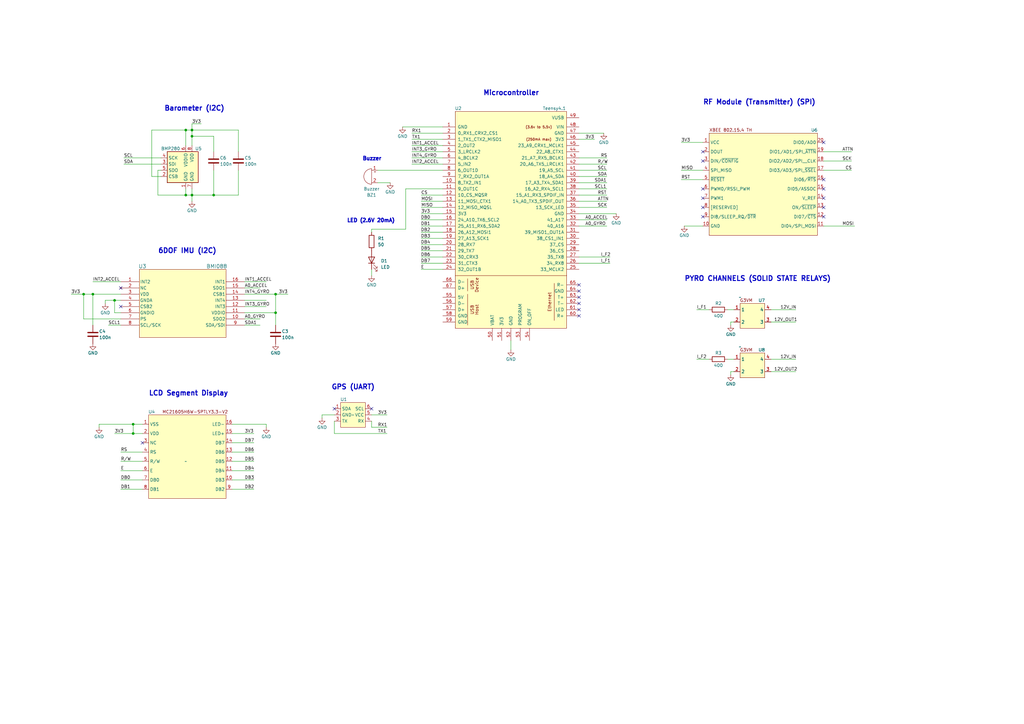
<source format=kicad_sch>
(kicad_sch (version 20230121) (generator eeschema)
  (paper "A3")
  (title_block (title "Flight Computer") (company "UCL Rocket"))
  (lib_symbols
    (symbol "Device:Buzzer" (pin_names (offset 0.0254) hide)
      (property "Reference" "BZ" (at 3.81 1.27 0))
      (property "Value" "Buzzer" (at 3.81 -1.27 0))
      (symbol "Buzzer_0_1"
        (arc (start 0 -3.175) (mid 3.1612 0) (end 0 3.175))
        (polyline (pts (xy -1.651 1.905) (xy -1.143 1.905)))
        (polyline (pts (xy -1.397 2.159) (xy -1.397 1.651)))
        (polyline (pts (xy 0 3.175) (xy 0 -3.175)))
      )
      (symbol "Buzzer_1_1"
        (pin passive line (at -2.54 2.54 0) (length 2.54) (name "-") (number "1"))
        (pin passive line (at -2.54 -2.54 0) (length 2.54) (name "+") (number "2"))
      )
    )
    (symbol "Device:C" (pin_numbers hide) (pin_names (offset 0.254))
      (property "Reference" "C" (at 0.635 2.54 0))
      (property "Value" "C" (at 0.635 -2.54 0))
      (symbol "C_0_1"
        (polyline (pts (xy -2.032 -0.762) (xy 2.032 -0.762)) (stroke (width 0.508)))
        (polyline (pts (xy -2.032 0.762) (xy 2.032 0.762)) (stroke (width 0.508)))
      )
      (symbol "C_1_1"
        (pin passive line (at 0 3.81 270) (length 2.794) (name "~") (number "1"))
        (pin passive line (at 0 -3.81 90) (length 2.794) (name "~") (number "2"))
      )
    )
    (symbol "Device:LED" (pin_numbers hide) (pin_names (offset 1.016) hide)
      (property "Reference" "D" (at 0 2.54 0))
      (property "Value" "LED" (at 0 -2.54 0))
      (symbol "LED_0_1"
        (polyline (pts (xy -1.27 -1.27) (xy -1.27 1.27)) (stroke (width 0.254)))
        (polyline (pts (xy -1.27 0) (xy 1.27 0)))
        (polyline (pts (xy 1.27 -1.27) (xy 1.27 1.27) (xy -1.27 0) (xy 1.27 -1.27)) (stroke (width 0.254)))
        (polyline (pts (xy -3.048 -0.762) (xy -4.572 -2.286) (xy -3.81 -2.286) (xy -4.572 -2.286) (xy -4.572 -1.524)))
        (polyline (pts (xy -1.778 -0.762) (xy -3.302 -2.286) (xy -2.54 -2.286) (xy -3.302 -2.286) (xy -3.302 -1.524)))
      )
      (symbol "LED_1_1"
        (pin passive line (at -3.81 0 0) (length 2.54) (name "K") (number "1"))
        (pin passive line (at 3.81 0 180) (length 2.54) (name "A") (number "2"))
      )
    )
    (symbol "Device:R" (pin_numbers hide) (pin_names (offset 0))
      (property "Reference" "R" (at 2.032 0 90))
      (property "Value" "R" (at 0 0 90))
      (symbol "R_0_1"
        (rectangle (start -1.016 -2.54) (end 1.016 2.54) (stroke (width 0.254)))
      )
      (symbol "R_1_1"
        (pin passive line (at 0 3.81 270) (length 1.27) (name "~") (number "1"))
        (pin passive line (at 0 -3.81 90) (length 1.27) (name "~") (number "2"))
      )
    )
    (symbol "Sensor_Pressure:BMP280"
      (property "Reference" "U" (at -7.62 10.16 0))
      (property "Value" "BMP280" (at 5.08 10.16 0))
      (symbol "BMP280_0_1"
        (rectangle (start -7.62 -5.08) (end 5.08 7.62) (stroke (width 0.254)) (fill (type background)))
      )
      (symbol "BMP280_1_1"
        (pin power_in line (at 0 -7.62 90) (length 2.54) (name "GND") (number "1"))
        (pin input line (at -10.16 -2.54 0) (length 2.54) (name "CSB") (number "2"))
        (pin bidirectional line (at -10.16 2.54 0) (length 2.54) (name "SDI") (number "3"))
        (pin input line (at -10.16 5.08 0) (length 2.54) (name "SCK") (number "4"))
        (pin bidirectional line (at -10.16 0 0) (length 2.54) (name "SDO") (number "5"))
        (pin power_in line (at 0 10.16 270) (length 2.54) (name "VDDIO") (number "6"))
        (pin power_in line (at 2.54 -7.62 90) (length 2.54) (name "GND") (number "7"))
        (pin power_in line (at 2.54 10.16 270) (length 2.54) (name "VDD") (number "8"))
      )
    )
    (symbol "components:BMI088" (pin_names (offset 0.254))
      (property "Reference" "U" (at 8.89 6.35 0))
      (property "Value" "BMI088" (at 39.37 6.35 0))
      (symbol "BMI088_0_1"
        (pin bidirectional line (at 0 0 0) (length 7.62) (name "INT2") (number "1"))
        (pin bidirectional line (at 50.8 -15.24 180) (length 7.62) (name "SDO2") (number "10"))
        (pin power_in line (at 50.8 -12.7 180) (length 7.62) (name "VDDIO") (number "11"))
        (pin bidirectional line (at 50.8 -10.16 180) (length 7.62) (name "INT3") (number "12"))
        (pin bidirectional line (at 50.8 -7.62 180) (length 7.62) (name "INT4") (number "13"))
        (pin bidirectional line (at 50.8 -5.08 180) (length 7.62) (name "CSB1") (number "14"))
        (pin bidirectional line (at 50.8 -2.54 180) (length 7.62) (name "SDO1") (number "15"))
        (pin bidirectional line (at 50.8 0 180) (length 7.62) (name "INT1") (number "16"))
        (pin no_connect line (at 0 -2.54 0) (length 7.62) (name "NC") (number "2"))
        (pin power_in line (at 0 -5.08 0) (length 7.62) (name "VDD") (number "3"))
        (pin power_out line (at 0 -7.62 0) (length 7.62) (name "GNDA") (number "4"))
        (pin bidirectional line (at 0 -10.16 0) (length 7.62) (name "CSB2") (number "5"))
        (pin power_out line (at 0 -12.7 0) (length 7.62) (name "GNDIO") (number "6"))
        (pin unspecified line (at 0 -15.24 0) (length 7.62) (name "PS") (number "7"))
        (pin unspecified line (at 0 -17.78 0) (length 7.62) (name "SCL/SCK") (number "8"))
        (pin unspecified line (at 50.8 -17.78 180) (length 7.62) (name "SDA/SDI") (number "9"))
      )
      (symbol "BMI088_1_1"
        (rectangle (start 7.62 5.08) (end 43.18 -22.86) (fill (type background)))
      )
    )
    (symbol "components:BN-880"
      (property "Reference" "U" (at 0 6.35 0))
      (symbol "BN-880_1_1"
        (rectangle (start -5.08 5.08) (end 5.08 -5.08) (fill (type background)))
        (pin input line (at -7.62 2.54 0) (length 2.54) (name "SDA") (number "1"))
        (pin input line (at -7.62 0 0) (length 2.54) (name "GND") (number "2"))
        (pin input line (at -7.62 -2.54 0) (length 2.54) (name "TX") (number "3"))
        (pin input line (at 7.62 -2.54 180) (length 2.54) (name "RX") (number "4"))
        (pin input line (at 7.62 0 180) (length 2.54) (name "VCC") (number "5"))
        (pin input line (at 7.62 2.54 180) (length 2.54) (name "SCL") (number "6"))
      )
    )
    (symbol "components:G3VM_Relay"
      (property "Reference" "U" (at 3.81 6.35 0))
      (symbol "G3VM_Relay_1_1"
        (rectangle (start -5.08 5.08) (end 5.08 -5.08) (fill (type background)))
        (text "G3VM" (at -2.54 6.35 0) (effects (font (size 1.27 1.27))))
        (pin input line (at -7.62 2.54 0) (length 2.54) (name "1") (number "1"))
        (pin input line (at -7.62 -2.54 0) (length 2.54) (name "2") (number "2"))
        (pin input line (at 7.62 -2.54 180) (length 2.54) (name "3") (number "3"))
        (pin input line (at 7.62 2.54 180) (length 2.54) (name "4") (number "4"))
      )
    )
    (symbol "components:MC21605H6W-SPTLY3.3-V2"
      (property "Reference" "U" (at -15.24 17.78 0))
      (symbol "MC21605H6W-SPTLY3.3-V2_1_1"
        (rectangle (start -15.24 16.51) (end 16.51 -17.78) (fill (type background)))
        (text "MC21605H6W-SPTLY3.3-V2" (at 3.81 17.78 0) (effects (font (size 1.27 1.27))))
        (pin input line (at -17.78 12.7 0) (length 2.54) (name "VSS") (number "1"))
        (pin input line (at 19.05 -10.16 180) (length 2.54) (name "DB3") (number "10"))
        (pin input line (at 19.05 -6.35 180) (length 2.54) (name "DB4") (number "11"))
        (pin input line (at 19.05 -2.54 180) (length 2.54) (name "DB5") (number "12"))
        (pin input line (at 19.05 1.27 180) (length 2.54) (name "DB6") (number "13"))
        (pin input line (at 19.05 5.08 180) (length 2.54) (name "DB7") (number "14"))
        (pin input line (at 19.05 8.89 180) (length 2.54) (name "LED+") (number "15"))
        (pin input line (at 19.05 12.7 180) (length 2.54) (name "LED-") (number "16"))
        (pin input line (at -17.78 8.89 0) (length 2.54) (name "VDD") (number "2"))
        (pin input line (at -17.78 5.08 0) (length 2.54) (name "NC") (number "3"))
        (pin input line (at -17.78 1.27 0) (length 2.54) (name "RS") (number "4"))
        (pin input line (at -17.78 -2.54 0) (length 2.54) (name "R/W") (number "5"))
        (pin input line (at -17.78 -6.35 0) (length 2.54) (name "E") (number "6"))
        (pin input line (at -17.78 -10.16 0) (length 2.54) (name "DB0") (number "7"))
        (pin input line (at -17.78 -13.97 0) (length 2.54) (name "DB1") (number "8"))
        (pin input line (at 19.05 -13.97 180) (length 2.54) (name "DB2") (number "9"))
      )
    )
    (symbol "components:Teensy4.1" (pin_names (offset 1.016))
      (property "Reference" "U" (at 0 64.77 0))
      (property "Value" "Teensy4.1" (at 0 62.23 0))
      (symbol "Teensy4.1_0_0"
        (polyline (pts (xy -22.86 -6.35) (xy 22.86 -6.35)))
        (polyline (pts (xy -17.78 -26.67) (xy -17.78 -13.97)))
        (polyline (pts (xy -17.78 -7.62) (xy -17.78 -12.7)))
        (polyline (pts (xy 17.78 -9.525) (xy 17.78 -24.765)))
        (text "(250mA max)" (at 11.43 49.53 0) (effects (font (size 1.016 1.016))))
        (text "(3.6v to 5.5v)" (at 11.43 54.61 0) (effects (font (size 1.016 1.016))))
        (text "Device" (at -13.97 -10.16 900) (effects (font (size 1.27 1.27))))
        (text "Ethernet" (at 15.875 -17.145 900) (effects (font (size 1.27 1.27))))
        (text "Host" (at -13.97 -20.32 900) (effects (font (size 1.27 1.27))))
        (text "USB" (at -15.875 -20.32 900) (effects (font (size 1.27 1.27))))
        (text "USB" (at -15.875 -10.16 900) (effects (font (size 1.27 1.27))))
        (pin bidirectional line (at -27.94 31.75 0) (length 5.08) (name "8_TX2_IN1") (number "10"))
        (pin bidirectional line (at -27.94 29.21 0) (length 5.08) (name "9_OUT1C") (number "11"))
        (pin bidirectional line (at -27.94 26.67 0) (length 5.08) (name "10_CS_MQSR") (number "12"))
        (pin bidirectional line (at -27.94 24.13 0) (length 5.08) (name "11_MOSI_CTX1") (number "13"))
        (pin bidirectional line (at -27.94 21.59 0) (length 5.08) (name "12_MISO_MQSL") (number "14"))
        (pin power_in line (at -27.94 19.05 0) (length 5.08) (name "3V3") (number "15"))
        (pin bidirectional line (at -27.94 16.51 0) (length 5.08) (name "24_A10_TX6_SCL2") (number "16"))
        (pin bidirectional line (at -27.94 13.97 0) (length 5.08) (name "25_A11_RX6_SDA2") (number "17"))
        (pin bidirectional line (at -27.94 11.43 0) (length 5.08) (name "26_A12_MOSI1") (number "18"))
        (pin bidirectional line (at -27.94 8.89 0) (length 5.08) (name "27_A13_SCK1") (number "19"))
        (pin bidirectional line (at -27.94 6.35 0) (length 5.08) (name "28_RX7") (number "20"))
        (pin bidirectional line (at -27.94 3.81 0) (length 5.08) (name "29_TX7") (number "21"))
        (pin bidirectional line (at -27.94 1.27 0) (length 5.08) (name "30_CRX3") (number "22"))
        (pin bidirectional line (at -27.94 -1.27 0) (length 5.08) (name "31_CTX3") (number "23"))
        (pin bidirectional line (at -27.94 -3.81 0) (length 5.08) (name "32_OUT1B") (number "24"))
        (pin bidirectional line (at 27.94 -3.81 180) (length 5.08) (name "33_MCLK2") (number "25"))
        (pin bidirectional line (at 27.94 -1.27 180) (length 5.08) (name "34_RX8") (number "26"))
        (pin bidirectional line (at 27.94 1.27 180) (length 5.08) (name "35_TX8") (number "27"))
        (pin bidirectional line (at 27.94 3.81 180) (length 5.08) (name "36_CS") (number "28"))
        (pin bidirectional line (at 27.94 6.35 180) (length 5.08) (name "37_CS") (number "29"))
        (pin bidirectional line (at 27.94 8.89 180) (length 5.08) (name "38_CS1_IN1") (number "30"))
        (pin bidirectional line (at 27.94 11.43 180) (length 5.08) (name "39_MISO1_OUT1A") (number "31"))
        (pin bidirectional line (at 27.94 13.97 180) (length 5.08) (name "40_A16") (number "32"))
        (pin bidirectional line (at 27.94 16.51 180) (length 5.08) (name "41_A17") (number "33"))
        (pin bidirectional line (at 27.94 21.59 180) (length 5.08) (name "13_SCK_LED") (number "35"))
        (pin bidirectional line (at 27.94 24.13 180) (length 5.08) (name "14_A0_TX3_SPDIF_OUT") (number "36"))
        (pin bidirectional line (at 27.94 26.67 180) (length 5.08) (name "15_A1_RX3_SPDIF_IN") (number "37"))
        (pin bidirectional line (at 27.94 29.21 180) (length 5.08) (name "16_A2_RX4_SCL1") (number "38"))
        (pin bidirectional line (at 27.94 31.75 180) (length 5.08) (name "17_A3_TX4_SDA1") (number "39"))
        (pin bidirectional line (at 27.94 34.29 180) (length 5.08) (name "18_A4_SDA") (number "40"))
        (pin bidirectional line (at 27.94 36.83 180) (length 5.08) (name "19_A5_SCL") (number "41"))
        (pin bidirectional line (at 27.94 39.37 180) (length 5.08) (name "20_A6_TX5_LRCLK1") (number "42"))
        (pin bidirectional line (at 27.94 41.91 180) (length 5.08) (name "21_A7_RX5_BCLK1") (number "43"))
        (pin bidirectional line (at 27.94 44.45 180) (length 5.08) (name "22_A8_CTX1") (number "44"))
        (pin bidirectional line (at 27.94 46.99 180) (length 5.08) (name "23_A9_CRX1_MCLK1") (number "45"))
        (pin output line (at 27.94 49.53 180) (length 5.08) (name "3V3") (number "46"))
        (pin output line (at 27.94 52.07 180) (length 5.08) (name "GND") (number "47"))
        (pin power_in line (at 27.94 54.61 180) (length 5.08) (name "VIN") (number "48"))
        (pin power_out line (at 27.94 58.42 180) (length 5.08) (name "VUSB") (number "49"))
        (pin bidirectional line (at -27.94 44.45 0) (length 5.08) (name "3_LRCLK2") (number "5"))
        (pin power_in line (at -7.62 -33.02 90) (length 5.08) (name "VBAT") (number "50"))
        (pin power_in line (at -3.81 -33.02 90) (length 5.08) (name "3V3") (number "51"))
        (pin input line (at 0 -33.02 90) (length 5.08) (name "GND") (number "52"))
        (pin input line (at 3.81 -33.02 90) (length 5.08) (name "PROGRAM") (number "53"))
        (pin input line (at 7.62 -33.02 90) (length 5.08) (name "ON_OFF") (number "54"))
        (pin power_out line (at -27.94 -15.24 0) (length 5.08) (name "5V") (number "55"))
        (pin bidirectional line (at -27.94 -17.78 0) (length 5.08) (name "D-") (number "56"))
        (pin bidirectional line (at -27.94 -20.32 0) (length 5.08) (name "D+") (number "57"))
        (pin power_in line (at -27.94 -22.86 0) (length 5.08) (name "GND") (number "58"))
        (pin power_in line (at -27.94 -25.4 0) (length 5.08) (name "GND") (number "59"))
        (pin bidirectional line (at -27.94 41.91 0) (length 5.08) (name "4_BCLK2") (number "6"))
        (pin bidirectional line (at 27.94 -22.86 180) (length 5.08) (name "R+") (number "60"))
        (pin bidirectional line (at 27.94 -20.32 180) (length 5.08) (name "LED") (number "61"))
        (pin bidirectional line (at 27.94 -17.78 180) (length 5.08) (name "T-") (number "62"))
        (pin bidirectional line (at 27.94 -15.24 180) (length 5.08) (name "T+") (number "63"))
        (pin power_in line (at 27.94 -12.7 180) (length 5.08) (name "GND") (number "64"))
        (pin bidirectional line (at 27.94 -10.16 180) (length 5.08) (name "R-") (number "65"))
        (pin bidirectional line (at -27.94 -8.89 0) (length 5.08) (name "D-") (number "66"))
        (pin bidirectional line (at -27.94 -11.43 0) (length 5.08) (name "D+") (number "67"))
        (pin bidirectional line (at -27.94 39.37 0) (length 5.08) (name "5_IN2") (number "7"))
        (pin bidirectional line (at -27.94 36.83 0) (length 5.08) (name "6_OUT1D") (number "8"))
        (pin bidirectional line (at -27.94 34.29 0) (length 5.08) (name "7_RX2_OUT1A") (number "9"))
      )
      (symbol "Teensy4.1_0_1"
        (rectangle (start -20.32 -1.27) (end -20.32 -1.27))
      )
      (symbol "Teensy4.1_1_1"
        (rectangle (start -22.86 60.96) (end 22.86 -27.94) (fill (type background)))
        (pin power_in line (at -27.94 54.61 0) (length 5.08) (name "GND") (number "1"))
        (pin bidirectional line (at -27.94 52.07 0) (length 5.08) (name "0_RX1_CRX2_CS1") (number "2"))
        (pin bidirectional line (at -27.94 49.53 0) (length 5.08) (name "1_TX1_CTX2_MISO1") (number "3"))
        (pin power_in line (at 27.94 19.05 180) (length 5.08) (name "GND") (number "34"))
        (pin bidirectional line (at -27.94 46.99 0) (length 5.08) (name "2_OUT2") (number "4"))
      )
    )
    (symbol "components:XBEE_TH"
      (property "Reference" "U" (at 20.32 20.32 0))
      (symbol "XBEE_TH_1_1"
        (rectangle (start -22.86 19.05) (end 21.59 -22.86) (fill (type background)))
        (text "XBEE 802.15.4 TH" (at -13.97 20.32 0) (effects (font (size 1.27 1.27))))
        (pin input line (at -25.4 15.24 0) (length 2.54) (name "VCC") (number "1"))
        (pin input line (at -25.4 -19.05 0) (length 2.54) (name "GND") (number "10"))
        (pin input line (at 24.13 -19.05 180) (length 2.54) (name "DI04/SPI_MOSI") (number "11"))
        (pin input line (at 24.13 -15.24 180) (length 2.54) (name "DI07/~{CTS}") (number "12"))
        (pin input line (at 24.13 -11.43 180) (length 2.54) (name "ON/~{SLEEP}") (number "13"))
        (pin input line (at 24.13 -7.62 180) (length 2.54) (name "V_REF") (number "14"))
        (pin input line (at 24.13 -3.81 180) (length 2.54) (name "DI05/ASSOC") (number "15"))
        (pin input line (at 24.13 0 180) (length 2.54) (name "DI06/~{RTS}") (number "16"))
        (pin input line (at 24.13 3.81 180) (length 2.54) (name "DI03/AD3/SPI_~{SSEL}") (number "17"))
        (pin input line (at 24.13 7.62 180) (length 2.54) (name "DIO2/AD2/SPI__CLK") (number "18"))
        (pin input line (at 24.13 11.43 180) (length 2.54) (name "DIO1/AD1/SPI_~{ATTN}") (number "19"))
        (pin input line (at -25.4 11.43 0) (length 2.54) (name "DOUT") (number "2"))
        (pin input line (at 24.13 15.24 180) (length 2.54) (name "DIO0/AD0") (number "20"))
        (pin input line (at -25.4 7.62 0) (length 2.54) (name "DIN/~{CONFIG}") (number "3"))
        (pin input line (at -25.4 3.81 0) (length 2.54) (name "SPI_MISO") (number "4"))
        (pin input line (at -25.4 0 0) (length 2.54) (name "~{RESET}") (number "5"))
        (pin input line (at -25.4 -3.81 0) (length 2.54) (name "PWM0/RSSI_PWM") (number "6"))
        (pin input line (at -25.4 -7.62 0) (length 2.54) (name "PWM1") (number "7"))
        (pin input line (at -25.4 -11.43 0) (length 2.54) (name "[RESERVED]") (number "8"))
        (pin input line (at -25.4 -15.24 0) (length 2.54) (name "DI8/SLEEP_RQ/~{DTR}") (number "9"))
      )
    )
    (symbol "power:GND" (power) (pin_names (offset 0))
      (property "Value" "GND" (at 0 -3.81 0))
      (symbol "GND_0_1"
        (polyline (pts (xy 0 0) (xy 0 -1.27) (xy 1.27 -1.27) (xy 0 -2.54) (xy -1.27 -1.27) (xy 0 -1.27)))
      )
      (symbol "GND_1_1"
        (pin power_in line (at 0 0 270) (length 0) hide (name "GND") (number "1"))
      )
    )
  )
  (junction (at 38.1 120.65))
  (junction (at 78.74 53.34))
  (junction (at 34.29 120.65))
  (junction (at 46.99 123.19))
  (junction (at 54.61 177.8))
  (junction (at 113.03 120.65))
  (junction (at 78.74 80.01))
  (junction (at 87.63 80.01))
  (junction (at 113.03 128.27))
  (junction (at 54.61 173.99))
  (junction (at 76.2 53.34))
  (junction (at 78.74 55.88))
  (junction (at 76.2 80.01))
  (no_connect (at 288.29 88.9))
  (no_connect (at 237.49 127))
  (no_connect (at 337.82 88.9))
  (no_connect (at 237.49 121.92))
  (no_connect (at 237.49 116.84))
  (no_connect (at 152.4 167.64))
  (no_connect (at 337.82 81.28))
  (no_connect (at 337.82 58.42))
  (no_connect (at 337.82 85.09))
  (no_connect (at 49.53 125.73))
  (no_connect (at 58.42 181.61))
  (no_connect (at 237.49 129.54))
  (no_connect (at 288.29 81.28))
  (no_connect (at 237.49 124.46))
  (no_connect (at 237.49 119.38))
  (no_connect (at 337.82 77.47))
  (no_connect (at 137.16 167.64))
  (no_connect (at 288.29 85.09))
  (no_connect (at 337.82 73.66))
  (no_connect (at 288.29 77.47))
  (no_connect (at 288.29 66.04))
  (no_connect (at 49.53 118.11))
  (no_connect (at 288.29 62.23))
  (wire (pts (xy 181.61 100.33) (xy 172.72 100.33)))
  (wire (pts (xy 316.23 127) (xy 326.39 127)))
  (wire (pts (xy 181.61 107.95) (xy 172.72 107.95)))
  (wire (pts (xy 54.61 173.99) (xy 54.61 177.8)))
  (wire (pts (xy 78.74 53.34) (xy 97.79 53.34)))
  (wire (pts (xy 299.72 153.67) (xy 299.72 152.4)))
  (wire (pts (xy 40.64 173.99) (xy 54.61 173.99)))
  (wire (pts (xy 181.61 105.41) (xy 172.72 105.41)))
  (wire (pts (xy 34.29 130.81) (xy 49.53 130.81)))
  (wire (pts (xy 237.49 107.95) (xy 250.19 107.95)))
  (wire (pts (xy 299.72 152.4) (xy 300.99 152.4)))
  (wire (pts (xy 100.33 128.27) (xy 113.03 128.27)))
  (wire (pts (xy 87.63 55.88) (xy 87.63 62.23)))
  (wire (pts (xy 38.1 115.57) (xy 49.53 115.57)))
  (wire (pts (xy 237.49 80.01) (xy 248.92 80.01)))
  (wire (pts (xy 46.99 123.19) (xy 46.99 128.27)))
  (wire (pts (xy 172.72 85.09) (xy 181.61 85.09)))
  (wire (pts (xy 152.4 175.26) (xy 158.75 175.26)))
  (wire (pts (xy 137.16 177.8) (xy 158.75 177.8)))
  (wire (pts (xy 54.61 177.8) (xy 58.42 177.8)))
  (wire (pts (xy 76.2 53.34) (xy 78.74 53.34)))
  (wire (pts (xy 34.29 120.65) (xy 34.29 130.81)))
  (wire (pts (xy 95.25 185.42) (xy 104.14 185.42)))
  (wire (pts (xy 38.1 120.65) (xy 49.53 120.65)))
  (wire (pts (xy 97.79 69.85) (xy 97.79 80.01)))
  (wire (pts (xy 285.75 147.32) (xy 290.83 147.32)))
  (wire (pts (xy 100.33 123.19) (xy 109.22 123.19)))
  (wire (pts (xy 66.04 72.39) (xy 62.23 72.39)))
  (wire (pts (xy 113.03 128.27) (xy 113.03 133.35)))
  (wire (pts (xy 209.55 139.7) (xy 209.55 143.51)))
  (wire (pts (xy 298.45 147.32) (xy 300.99 147.32)))
  (wire (pts (xy 152.4 113.03) (xy 152.4 110.49)))
  (wire (pts (xy 109.22 175.26) (xy 109.22 173.99)))
  (wire (pts (xy 166.37 77.47) (xy 166.37 93.98)))
  (wire (pts (xy 152.4 93.98) (xy 152.4 95.25)))
  (wire (pts (xy 44.45 133.35) (xy 49.53 133.35)))
  (wire (pts (xy 168.91 54.61) (xy 181.61 54.61)))
  (wire (pts (xy 181.61 95.25) (xy 172.72 95.25)))
  (wire (pts (xy 181.61 92.71) (xy 172.72 92.71)))
  (wire (pts (xy 97.79 53.34) (xy 97.79 62.23)))
  (wire (pts (xy 316.23 147.32) (xy 326.39 147.32)))
  (wire (pts (xy 34.29 120.65) (xy 38.1 120.65)))
  (wire (pts (xy 49.53 193.04) (xy 58.42 193.04)))
  (wire (pts (xy 50.8 64.77) (xy 66.04 64.77)))
  (wire (pts (xy 237.49 77.47) (xy 248.92 77.47)))
  (wire (pts (xy 237.49 90.17) (xy 248.92 90.17)))
  (wire (pts (xy 78.74 53.34) (xy 78.74 55.88)))
  (wire (pts (xy 78.74 77.47) (xy 78.74 80.01)))
  (wire (pts (xy 237.49 85.09) (xy 248.92 85.09)))
  (wire (pts (xy 337.82 69.85) (xy 349.25 69.85)))
  (wire (pts (xy 152.4 172.72) (xy 152.4 175.26)))
  (wire (pts (xy 49.53 196.85) (xy 58.42 196.85)))
  (wire (pts (xy 95.25 189.23) (xy 104.14 189.23)))
  (wire (pts (xy 237.49 87.63) (xy 252.73 87.63)))
  (wire (pts (xy 95.25 193.04) (xy 104.14 193.04)))
  (wire (pts (xy 78.74 55.88) (xy 87.63 55.88)))
  (wire (pts (xy 154.94 69.85) (xy 181.61 69.85)))
  (wire (pts (xy 168.91 57.15) (xy 181.61 57.15)))
  (wire (pts (xy 100.33 130.81) (xy 106.68 130.81)))
  (wire (pts (xy 280.67 92.71) (xy 288.29 92.71)))
  (wire (pts (xy 237.49 82.55) (xy 248.92 82.55)))
  (wire (pts (xy 100.33 125.73) (xy 109.22 125.73)))
  (wire (pts (xy 154.94 74.93) (xy 160.02 74.93)))
  (wire (pts (xy 299.72 132.08) (xy 300.99 132.08)))
  (wire (pts (xy 87.63 80.01) (xy 97.79 80.01)))
  (wire (pts (xy 29.21 120.65) (xy 34.29 120.65)))
  (wire (pts (xy 49.53 128.27) (xy 46.99 128.27)))
  (wire (pts (xy 43.18 123.19) (xy 43.18 124.46)))
  (wire (pts (xy 237.49 105.41) (xy 250.19 105.41)))
  (wire (pts (xy 66.04 69.85) (xy 64.77 69.85)))
  (wire (pts (xy 237.49 54.61) (xy 247.65 54.61)))
  (wire (pts (xy 49.53 185.42) (xy 58.42 185.42)))
  (wire (pts (xy 78.74 55.88) (xy 78.74 59.69)))
  (wire (pts (xy 316.23 152.4) (xy 326.39 152.4)))
  (wire (pts (xy 172.72 82.55) (xy 181.61 82.55)))
  (wire (pts (xy 168.91 64.77) (xy 181.61 64.77)))
  (wire (pts (xy 181.61 102.87) (xy 172.72 102.87)))
  (wire (pts (xy 337.82 92.71) (xy 350.52 92.71)))
  (wire (pts (xy 152.4 170.18) (xy 158.75 170.18)))
  (wire (pts (xy 113.03 120.65) (xy 118.11 120.65)))
  (wire (pts (xy 62.23 53.34) (xy 76.2 53.34)))
  (wire (pts (xy 132.08 170.18) (xy 132.08 171.45)))
  (wire (pts (xy 95.25 181.61) (xy 104.14 181.61)))
  (wire (pts (xy 237.49 57.15) (xy 243.84 57.15)))
  (wire (pts (xy 181.61 97.79) (xy 172.72 97.79)))
  (wire (pts (xy 337.82 66.04) (xy 349.25 66.04)))
  (wire (pts (xy 172.72 80.01) (xy 181.61 80.01)))
  (wire (pts (xy 172.72 110.49) (xy 181.61 110.49)))
  (wire (pts (xy 49.53 189.23) (xy 58.42 189.23)))
  (wire (pts (xy 76.2 77.47) (xy 76.2 80.01)))
  (wire (pts (xy 46.99 177.8) (xy 54.61 177.8)))
  (wire (pts (xy 95.25 200.66) (xy 104.14 200.66)))
  (wire (pts (xy 168.91 59.69) (xy 181.61 59.69)))
  (wire (pts (xy 109.22 173.99) (xy 95.25 173.99)))
  (wire (pts (xy 64.77 80.01) (xy 76.2 80.01)))
  (wire (pts (xy 172.72 87.63) (xy 181.61 87.63)))
  (wire (pts (xy 49.53 200.66) (xy 58.42 200.66)))
  (wire (pts (xy 168.91 67.31) (xy 181.61 67.31)))
  (wire (pts (xy 64.77 69.85) (xy 64.77 80.01)))
  (wire (pts (xy 78.74 80.01) (xy 87.63 80.01)))
  (wire (pts (xy 43.18 123.19) (xy 46.99 123.19)))
  (wire (pts (xy 95.25 196.85) (xy 104.14 196.85)))
  (wire (pts (xy 299.72 133.35) (xy 299.72 132.08)))
  (wire (pts (xy 87.63 69.85) (xy 87.63 80.01)))
  (wire (pts (xy 237.49 74.93) (xy 248.92 74.93)))
  (wire (pts (xy 76.2 53.34) (xy 76.2 59.69)))
  (wire (pts (xy 237.49 92.71) (xy 248.92 92.71)))
  (wire (pts (xy 137.16 172.72) (xy 137.16 177.8)))
  (wire (pts (xy 76.2 80.01) (xy 78.74 80.01)))
  (wire (pts (xy 137.16 170.18) (xy 132.08 170.18)))
  (wire (pts (xy 237.49 67.31) (xy 248.92 67.31)))
  (wire (pts (xy 237.49 64.77) (xy 248.92 64.77)))
  (wire (pts (xy 181.61 90.17) (xy 172.72 90.17)))
  (wire (pts (xy 78.74 80.01) (xy 78.74 82.55)))
  (wire (pts (xy 279.4 58.42) (xy 288.29 58.42)))
  (wire (pts (xy 337.82 62.23) (xy 349.25 62.23)))
  (wire (pts (xy 168.91 62.23) (xy 181.61 62.23)))
  (wire (pts (xy 237.49 69.85) (xy 248.92 69.85)))
  (wire (pts (xy 298.45 127) (xy 300.99 127)))
  (wire (pts (xy 316.23 132.08) (xy 326.39 132.08)))
  (wire (pts (xy 165.1 52.07) (xy 181.61 52.07)))
  (wire (pts (xy 285.75 127) (xy 290.83 127)))
  (wire (pts (xy 100.33 120.65) (xy 113.03 120.65)))
  (wire (pts (xy 166.37 93.98) (xy 152.4 93.98)))
  (wire (pts (xy 95.25 177.8) (xy 104.14 177.8)))
  (wire (pts (xy 100.33 133.35) (xy 106.68 133.35)))
  (wire (pts (xy 279.4 73.66) (xy 288.29 73.66)))
  (wire (pts (xy 100.33 118.11) (xy 106.68 118.11)))
  (wire (pts (xy 46.99 123.19) (xy 49.53 123.19)))
  (wire (pts (xy 54.61 173.99) (xy 58.42 173.99)))
  (wire (pts (xy 113.03 128.27) (xy 113.03 120.65)))
  (wire (pts (xy 78.74 50.8) (xy 78.74 53.34)))
  (wire (pts (xy 50.8 67.31) (xy 66.04 67.31)))
  (wire (pts (xy 38.1 120.65) (xy 38.1 133.35)))
  (wire (pts (xy 40.64 173.99) (xy 40.64 175.26)))
  (wire (pts (xy 62.23 72.39) (xy 62.23 53.34)))
  (wire (pts (xy 100.33 115.57) (xy 109.22 115.57)))
  (wire (pts (xy 237.49 72.39) (xy 248.92 72.39)))
  (wire (pts (xy 78.74 50.8) (xy 82.55 50.8)))
  (wire (pts (xy 181.61 77.47) (xy 166.37 77.47)))
  (wire (pts (xy 279.4 69.85) (xy 288.29 69.85)))
  (text "RF Module (Transmitter) (SPI)" (at 288.29 43.18 0) (effects (font (size 2 2) (thickness 0.4) bold) (justify left bottom)))
  (text "Buzzer" (at 148.59 66.04 0) (effects (font (size 1.5 1.5) (thickness 0.4) bold) (justify left bottom)))
  (text "LED (2.6V 20mA)" (at 142.24 91.44 0) (effects (font (size 1.5 1.5) (thickness 0.4) bold) (justify left bottom)))
  (text "PYRO CHANNELS (SOLID STATE RELAYS)" (at 280.67 115.57 0) (effects (font (size 2 2) (thickness 0.4) bold) (justify left bottom)))
  (text "Microcontroller" (at 198.12 39.37 0) (effects (font (size 2 2) (thickness 0.4) bold) (justify left bottom)))
  (text "LCD Segment Display" (at 60.96 162.56 0) (effects (font (size 2 2) (thickness 0.4) bold) (justify left bottom)))
  (text "Barometer (I2C)" (at 67.31 45.72 0) (effects (font (size 2 2) (thickness 0.4) bold) (justify left bottom)))
  (text "6DOF IMU (I2C)" (at 64.77 104.14 0) (effects (font (size 2 2) (thickness 0.4) bold) (justify left bottom)))
  (text "GPS (UART)" (at 135.89 160.02 0) (effects (font (size 2 2) (thickness 0.4) bold) (justify left bottom)))
  (label "CS" (at 172.72 80.01 0))
  (label "DB7" (at 176.53 107.95 180))
  (label "DB2" (at 176.53 95.25 180))
  (label "RX1" (at 154.94 175.26 0))
  (label "INT4_GYRO" (at 168.91 64.77 0))
  (label "INT3_GYRO" (at 168.91 62.23 0))
  (label "ATTN" (at 345.44 62.23 0))
  (label "RS" (at 246.38 64.77 0))
  (label "SCK" (at 245.11 85.09 0))
  (label "SDA1" (at 243.84 74.93 0))
  (label "DB6" (at 176.53 105.41 180))
  (label "DB6" (at 100.33 185.42 0))
  (label "DB3" (at 100.33 196.85 0))
  (label "DB2" (at 100.33 200.66 0))
  (label "3V3" (at 100.33 177.8 0))
  (label "SCL" (at 245.11 69.85 0))
  (label "RST" (at 279.4 73.66 0))
  (label "ATTN" (at 245.11 82.55 0))
  (label "DB3" (at 176.53 97.79 180))
  (label "E" (at 49.53 193.04 0))
  (label "3V3" (at 279.4 58.42 0))
  (label "SDA1" (at 100.33 133.35 0))
  (label "A0_GYRO" (at 240.03 92.71 0))
  (label "TX1" (at 168.91 57.15 0))
  (label "3V3" (at 240.03 57.15 0))
  (label "SCL1" (at 243.84 77.47 0))
  (label "E" (at 173.99 110.49 180))
  (label "INT2_ACCEL" (at 168.91 67.31 0))
  (label "3V3" (at 154.94 170.18 0))
  (label "A0_GYRO" (at 100.33 130.81 0))
  (label "INT1_ACCEL" (at 168.91 59.69 0))
  (label "12V_OUT2" (at 317.5 152.4 0))
  (label "MOSI" (at 172.72 82.55 0))
  (label "DB1" (at 49.53 200.66 0))
  (label "TX1" (at 154.94 177.8 0))
  (label "I_F1" (at 285.75 127 0))
  (label "3V3" (at 29.21 120.65 0))
  (label "I_F2" (at 285.75 147.32 0))
  (label "I_F1" (at 246.38 107.95 0))
  (label "3V3" (at 46.99 177.8 0))
  (label "3V3" (at 172.72 87.63 0))
  (label "3V3" (at 114.3 120.65 0))
  (label "A0_ACCEL" (at 100.33 118.11 0))
  (label "A0_ACCEL" (at 240.03 90.17 0))
  (label "DB5" (at 176.53 102.87 180))
  (label "DB0" (at 49.53 196.85 0))
  (label "CS" (at 346.71 69.85 0))
  (label "DB7" (at 100.33 181.61 0))
  (label "12V_IN" (at 320.04 147.32 0))
  (label "3V3" (at 78.74 50.8 0))
  (label "SCL" (at 50.8 64.77 0))
  (label "DB1" (at 176.53 92.71 180))
  (label "DB4" (at 176.53 100.33 180))
  (label "INT2_ACCEL" (at 38.1 115.57 0))
  (label "12V_OUT1" (at 317.5 132.08 0))
  (label "INT4_GYRO" (at 100.33 120.65 0))
  (label "MOSI" (at 345.44 92.71 0))
  (label "DB5" (at 100.33 189.23 0))
  (label "SDA" (at 50.8 67.31 0))
  (label "SDA" (at 245.11 72.39 0))
  (label "12V_IN" (at 320.04 127 0))
  (label "MISO" (at 172.72 85.09 0))
  (label "DB0" (at 176.53 90.17 180))
  (label "RX1" (at 168.91 54.61 0))
  (label "DB4" (at 100.33 193.04 0))
  (label "RS" (at 49.53 185.42 0))
  (label "SCK" (at 345.44 66.04 0))
  (label "I_F2" (at 246.38 105.41 0))
  (label "RST" (at 245.11 80.01 0))
  (label "INT1_ACCEL" (at 100.33 115.57 0))
  (label "SCL1" (at 44.45 133.35 0))
  (label "R{slash}W" (at 49.53 189.23 0))
  (label "R{slash}W" (at 245.11 67.31 0))
  (label "INT3_GYRO" (at 100.33 125.73 0))
  (label "MISO" (at 279.4 69.85 0))
  (symbol (lib_id "power:GND") (at 247.65 54.61 0) (unit 1)
    (property "Reference" "#PWR07" (effects hide))
    (property "Value" "GND" (at 247.65 58.42 0))
  )
  (symbol (lib_id "Device:C") (at 113.03 137.16 0) (unit 1)
    (property "Reference" "C3" (at 115.57 135.89 0) (effects (justify left)))
    (property "Value" "100n" (at 115.57 138.43 0) (effects (justify left)))
  )
  (symbol (lib_id "power:GND") (at 209.55 143.51 0) (unit 1)
    (property "Reference" "#PWR08" (effects hide))
    (property "Value" "GND" (at 209.55 147.32 0))
  )
  (symbol (lib_id "Device:C") (at 38.1 137.16 0) (unit 1)
    (property "Reference" "C4" (at 40.64 135.89 0) (effects (justify left)))
    (property "Value" "100n" (at 40.64 138.43 0) (effects (justify left)))
  )
  (symbol (lib_id "power:GND") (at 113.03 140.97 0) (unit 1)
    (property "Reference" "#PWR012" (effects hide))
    (property "Value" "GND" (at 113.03 144.78 0))
  )
  (symbol (lib_id "power:GND") (at 38.1 140.97 0) (unit 1)
    (property "Reference" "#PWR013" (effects hide))
    (property "Value" "GND" (at 38.1 144.78 0))
  )
  (symbol (lib_id "Device:R") (at 294.64 147.32 90) (unit 1)
    (property "Reference" "R3" (at 294.64 144.78 90))
    (property "Value" "400" (at 294.64 149.86 90))
  )
  (symbol (lib_id "Device:LED") (at 152.4 106.68 90) (unit 1)
    (property "Reference" "D1" (at 156.21 106.9975 90) (effects (justify right)))
    (property "Value" "LED" (at 156.21 109.5375 90) (effects (justify right)))
  )
  (symbol (lib_id "power:GND") (at 252.73 87.63 0) (unit 1)
    (property "Reference" "#PWR06" (effects hide))
    (property "Value" "GND" (at 252.73 91.44 0))
  )
  (symbol (lib_id "power:GND") (at 109.22 175.26 0) (unit 1)
    (property "Reference" "#PWR04" (effects hide))
    (property "Value" "GND" (at 109.22 179.07 0))
  )
  (symbol (lib_id "Device:C") (at 97.79 66.04 0) (unit 1)
    (property "Reference" "C5" (at 100.33 64.77 0) (effects (justify left)))
    (property "Value" "100n" (at 100.33 67.31 0) (effects (justify left)))
  )
  (symbol (lib_id "components:BMI088") (at 49.53 115.57 0) (unit 1)
    (property "Reference" "U3" (at 58.42 109.22 0) (effects (font (size 1.524 1.524))))
    (property "Value" "BMI088" (at 88.9 109.22 0) (effects (font (size 1.524 1.524))))
    (property "Footprint" "QFN_BMI085_BOS" (effects hide))
    (property "Datasheet" "BMI088" (effects hide))
  )
  (symbol (lib_id "Device:C") (at 87.63 66.04 0) (unit 1)
    (property "Reference" "C6" (at 90.17 64.77 0) (effects (justify left)))
    (property "Value" "100n" (at 90.17 67.31 0) (effects (justify left)))
  )
  (symbol (lib_id "Device:R") (at 152.4 99.06 0) (unit 1)
    (property "Reference" "R1" (at 154.94 97.79 0) (effects (justify left)))
    (property "Value" "50" (at 154.94 100.33 0) (effects (justify left)))
  )
  (symbol (lib_id "power:GND") (at 299.72 133.35 0) (unit 1)
    (property "Reference" "#PWR015" (effects hide))
    (property "Value" "GND" (at 299.72 137.16 0))
  )
  (symbol (lib_id "power:GND") (at 160.02 74.93 0) (unit 1)
    (property "Reference" "#PWR01" (effects hide))
    (property "Value" "GND" (at 160.02 78.74 0))
  )
  (symbol (lib_id "Sensor_Pressure:BMP280") (at 76.2 69.85 0) (unit 1)
    (property "Reference" "U5" (at 80.01 60.96 0) (effects (justify left)))
    (property "Value" "BMP280" (at 66.04 60.96 0) (effects (justify left)))
    (property "Footprint" "Package_LGA:Bosch_LGA-8_2x2.5mm_P0.65mm_ClockwisePinNumbering" (effects hide))
    (property "Datasheet" "https://ae-bst.resource.bosch.com/media/_tech/media/datasheets/BST-BMP280-DS001.pdf" (effects hide))
  )
  (symbol (lib_id "power:GND") (at 280.67 92.71 0) (unit 1)
    (property "Reference" "#PWR014" (effects hide))
    (property "Value" "GND" (at 280.67 96.52 0))
  )
  (symbol (lib_id "power:GND") (at 152.4 113.03 0) (unit 1)
    (property "Reference" "#PWR03" (effects hide))
    (property "Value" "GND" (at 152.4 116.84 0))
  )
  (symbol (lib_id "power:GND") (at 132.08 171.45 0) (unit 1)
    (property "Reference" "#PWR02" (effects hide))
    (property "Value" "GND" (at 132.08 175.26 0))
  )
  (symbol (lib_id "components:XBEE_TH") (at 313.69 73.66 0) (unit 1)
    (property "Reference" "U6" (at 334.01 53.34 0))
    (property "Value" "~" (at 334.01 53.34 0))
  )
  (symbol (lib_id "Device:R") (at 294.64 127 90) (unit 1)
    (property "Reference" "R2" (at 294.64 124.46 90))
    (property "Value" "400" (at 294.64 129.54 90))
  )
  (symbol (lib_id "power:GND") (at 43.18 124.46 0) (unit 1)
    (property "Reference" "#PWR011" (effects hide))
    (property "Value" "GND" (at 43.18 128.27 0))
  )
  (symbol (lib_id "power:GND") (at 78.74 82.55 0) (unit 1)
    (property "Reference" "#PWR09" (effects hide))
    (property "Value" "GND" (at 78.74 86.36 0))
  )
  (symbol (lib_id "Device:Buzzer") (at 152.4 72.39 0) (mirror y) (unit 1)
    (property "Reference" "BZ1" (at 152.4 80.01 0))
    (property "Value" "Buzzer" (at 152.4 77.47 0))
  )
  (symbol (lib_id "components:MC21605H6W-SPTLY3.3-V2") (at 76.2 186.69 0) (unit 1)
    (property "Reference" "U4" (at 62.23 168.91 0))
    (property "Value" "~" (at 76.2 189.23 0))
  )
  (symbol (lib_id "components:G3VM_Relay") (at 308.61 129.54 0) (unit 1)
    (property "Reference" "U7" (at 312.42 123.19 0))
    (property "Value" "~" (at 303.53 121.92 0))
  )
  (symbol (lib_id "power:GND") (at 299.72 153.67 0) (unit 1)
    (property "Reference" "#PWR016" (effects hide))
    (property "Value" "GND" (at 299.72 157.48 0))
  )
  (symbol (lib_id "components:Teensy4.1") (at 209.55 106.68 0) (unit 1)
    (property "Reference" "U2" (at 187.96 44.45 0))
    (property "Value" "Teensy4.1" (at 227.33 44.45 0))
  )
  (symbol (lib_id "components:BN-880") (at 144.78 170.18 0) (unit 1)
    (property "Reference" "U1" (at 140.97 163.83 0))
    (property "Value" "~" (at 144.78 170.18 0))
  )
  (symbol (lib_id "power:GND") (at 40.64 175.26 0) (unit 1)
    (property "Reference" "#PWR010" (effects hide))
    (property "Value" "GND" (at 40.64 179.07 0))
  )
  (symbol (lib_id "power:GND") (at 165.1 52.07 0) (unit 1)
    (property "Reference" "#PWR05" (effects hide))
    (property "Value" "GND" (at 165.1 55.88 0))
  )
  (symbol (lib_id "components:G3VM_Relay") (at 308.61 149.86 0) (unit 1)
    (property "Reference" "U8" (at 312.42 143.51 0))
    (property "Value" "~" (at 303.53 142.24 0))
  )
)
</source>
